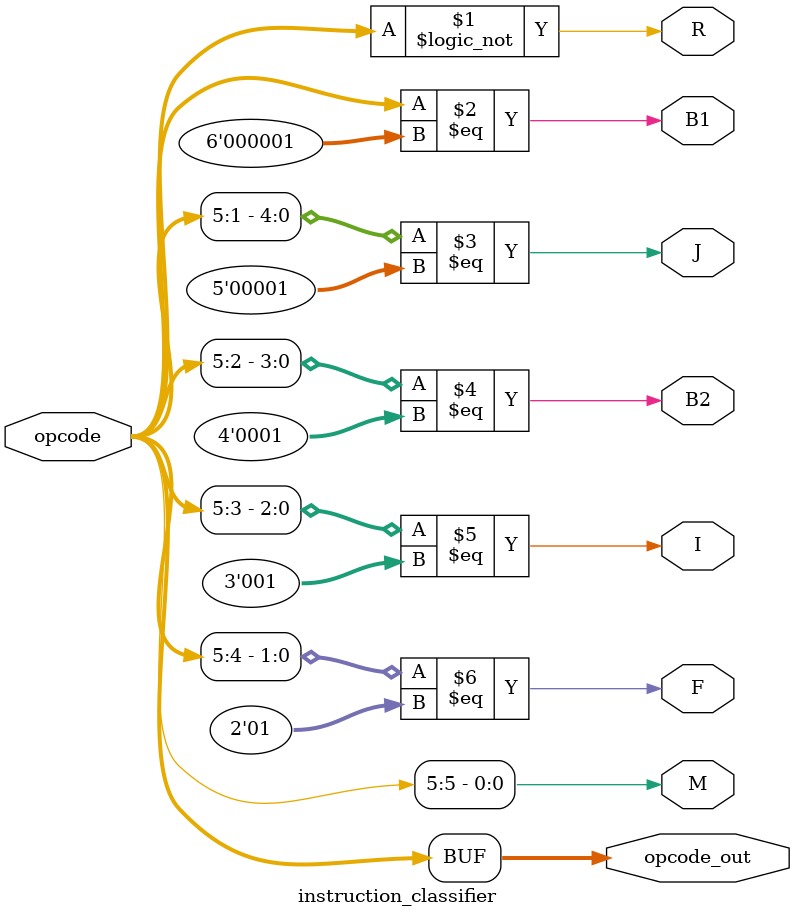
<source format=sv>
module instruction_classifier (
    input  logic [5:0] opcode,
    output logic [5:0] opcode_out,
    output logic R, B1, J, B2, I, F, M
);

    assign opcode_out = opcode; //we need an output to drive the leds'

    //using assign, the compiler automatically creates the most optimal logic-gate array using boolean arithmatic, instead of using a chain of if/else statements. This allows it to have minimal propogation delay.

    // R-type: opcode == 000000
    assign R  = (opcode == 6'b000000);

    // B1: opcode == 000001
    assign B1 = (opcode == 6'b000001);

    // J-type: opcode[5:1] == 00001x  -> check upper 5 bits
    assign J  = (opcode[5:1] == 5'b00001);

    // B2: opcode[5:3] == 0001xx
    assign B2 = (opcode[5:2] == 4'b0001);

    // I: opcode[5:3] == 001xxx
    assign I  = (opcode[5:3] == 3'b001);

    // F: opcode[5:4] == 01xxxx
    assign F  = (opcode[5:4] == 2'b01);

    // M: opcode[5] == 1xxxx
    assign M  = opcode[5];

endmodule

</source>
